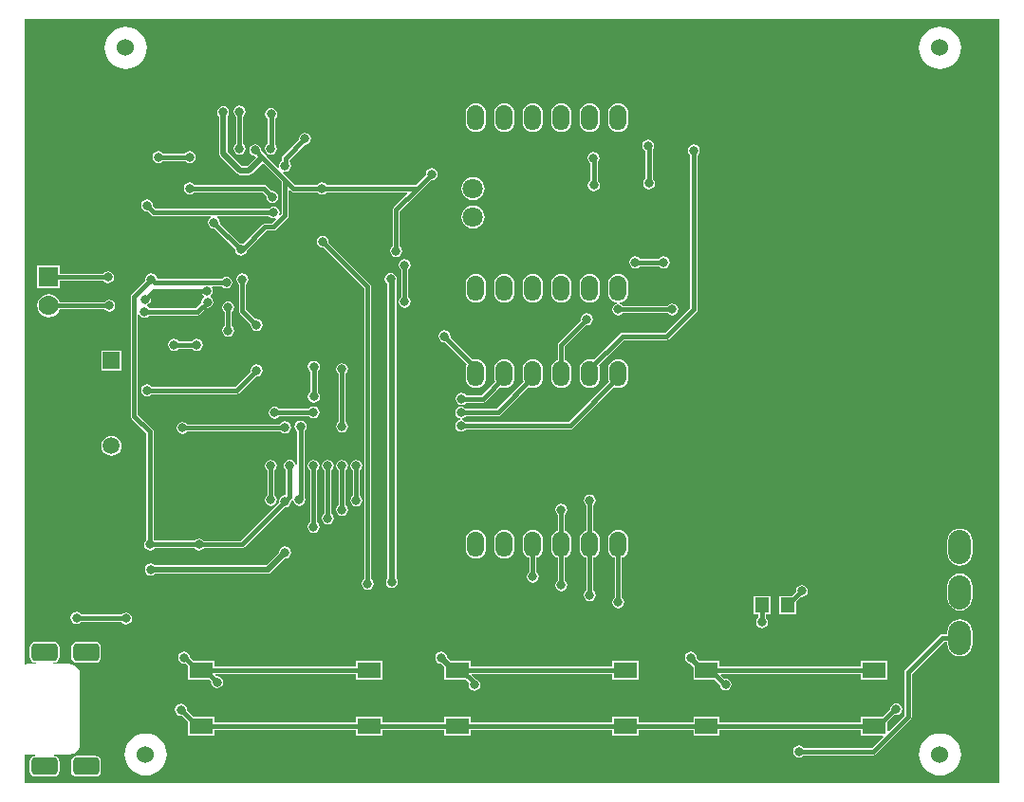
<source format=gbl>
G04*
G04 #@! TF.GenerationSoftware,Altium Limited,Altium Designer,20.2.6 (244)*
G04*
G04 Layer_Physical_Order=2*
G04 Layer_Color=16711680*
%FSTAX24Y24*%
%MOIN*%
G70*
G04*
G04 #@! TF.SameCoordinates,210E5C92-376B-490F-B415-5E6AA8125FEF*
G04*
G04*
G04 #@! TF.FilePolarity,Positive*
G04*
G01*
G75*
%ADD64C,0.0150*%
%ADD65C,0.0200*%
%ADD66O,0.0600X0.0900*%
%ADD67R,0.0700X0.0700*%
%ADD68C,0.0700*%
G04:AMPARAMS|DCode=69|XSize=94.5mil|YSize=63mil|CornerRadius=15.7mil|HoleSize=0mil|Usage=FLASHONLY|Rotation=0.000|XOffset=0mil|YOffset=0mil|HoleType=Round|Shape=RoundedRectangle|*
%AMROUNDEDRECTD69*
21,1,0.0945,0.0315,0,0,0.0*
21,1,0.0630,0.0630,0,0,0.0*
1,1,0.0315,0.0315,-0.0157*
1,1,0.0315,-0.0315,-0.0157*
1,1,0.0315,-0.0315,0.0157*
1,1,0.0315,0.0315,0.0157*
%
%ADD69ROUNDEDRECTD69*%
%ADD70C,0.0600*%
%ADD71R,0.0591X0.0591*%
%ADD72C,0.0591*%
%ADD73O,0.0787X0.1200*%
%ADD74C,0.0709*%
%ADD75C,0.0315*%
%ADD76R,0.0827X0.0551*%
%ADD77R,0.0500X0.0550*%
G36*
X04425Y03685D02*
X04425Y03685D01*
Y01D01*
X01D01*
X01Y01D01*
Y010993D01*
X01005Y011013D01*
X01008Y011D01*
X010393D01*
X010395Y010951D01*
X010314Y010935D01*
X010245Y010889D01*
X0102Y010821D01*
X010183Y01074D01*
Y010425D01*
X0102Y010344D01*
X010245Y010275D01*
X010314Y010229D01*
X010395Y010213D01*
X011025D01*
X011106Y010229D01*
X011174Y010275D01*
X01122Y010344D01*
X011236Y010425D01*
Y01074D01*
X01122Y010821D01*
X011174Y010889D01*
X011106Y010935D01*
X011025Y010951D01*
X011027Y011D01*
X011606D01*
X011611Y011003D01*
X011616Y011001D01*
X011677Y011014D01*
X011682Y011017D01*
X011687D01*
X011745Y01104D01*
X011749Y011044D01*
X011754Y011045D01*
X011806Y01108D01*
X011809Y011084D01*
X011814Y011087D01*
X011858Y01113D01*
X01186Y011136D01*
X011864Y011139D01*
X011899Y01119D01*
X0119Y011196D01*
X011904Y0112D01*
X011928Y011257D01*
Y011262D01*
X011931Y011267D01*
X011943Y011328D01*
X011942Y011333D01*
X011944Y011339D01*
Y01137D01*
Y01381D01*
Y013841D01*
X011942Y013847D01*
X011943Y013852D01*
X011931Y013913D01*
X011928Y013918D01*
Y013923D01*
X011904Y01398D01*
X0119Y013984D01*
X011899Y01399D01*
X011864Y014041D01*
X01186Y014044D01*
X011858Y01405D01*
X011814Y014093D01*
X011809Y014096D01*
X011806Y0141D01*
X011754Y014135D01*
X011749Y014136D01*
X011745Y01414D01*
X011687Y014163D01*
X011682D01*
X011677Y014166D01*
X011616Y014179D01*
X011611Y014177D01*
X011606Y01418D01*
X011027D01*
X011025Y014229D01*
X011106Y014245D01*
X011174Y014291D01*
X01122Y014359D01*
X011236Y01444D01*
Y014755D01*
X01122Y014836D01*
X011174Y014905D01*
X011106Y014951D01*
X011025Y014967D01*
X010395D01*
X010314Y014951D01*
X010245Y014905D01*
X0102Y014836D01*
X010183Y014755D01*
Y01444D01*
X0102Y014359D01*
X010245Y014291D01*
X010314Y014245D01*
X010395Y014229D01*
X010393Y01418D01*
X01008D01*
X01005Y014167D01*
X01Y014187D01*
Y03685D01*
X04425D01*
D02*
G37*
%LPC*%
G36*
X04216Y036593D02*
X042015Y036578D01*
X041876Y036536D01*
X041747Y036467D01*
X041635Y036375D01*
X041543Y036263D01*
X041474Y036134D01*
X041432Y035995D01*
X041417Y03585D01*
X041432Y035705D01*
X041474Y035566D01*
X041543Y035437D01*
X041635Y035325D01*
X041747Y035233D01*
X041876Y035164D01*
X042015Y035122D01*
X04216Y035107D01*
X042305Y035122D01*
X042444Y035164D01*
X042573Y035233D01*
X042685Y035325D01*
X042777Y035437D01*
X042846Y035566D01*
X042888Y035705D01*
X042903Y03585D01*
X042888Y035995D01*
X042846Y036134D01*
X042777Y036263D01*
X042685Y036375D01*
X042573Y036467D01*
X042444Y036536D01*
X042305Y036578D01*
X04216Y036593D01*
D02*
G37*
G36*
X01356D02*
X013415Y036578D01*
X013276Y036536D01*
X013147Y036467D01*
X013035Y036375D01*
X012943Y036263D01*
X012874Y036134D01*
X012832Y035995D01*
X012817Y03585D01*
X012832Y035705D01*
X012874Y035566D01*
X012943Y035437D01*
X013035Y035325D01*
X013147Y035233D01*
X013276Y035164D01*
X013415Y035122D01*
X01356Y035107D01*
X013705Y035122D01*
X013844Y035164D01*
X013973Y035233D01*
X014085Y035325D01*
X014177Y035437D01*
X014246Y035566D01*
X014288Y035705D01*
X014303Y03585D01*
X014288Y035995D01*
X014246Y036134D01*
X014177Y036263D01*
X014085Y036375D01*
X013973Y036467D01*
X013844Y036536D01*
X013705Y036578D01*
X01356Y036593D01*
D02*
G37*
G36*
X03086Y033903D02*
X030769Y033891D01*
X030683Y033856D01*
X03061Y0338D01*
X030554Y033727D01*
X030519Y033641D01*
X030507Y03355D01*
Y03325D01*
X030519Y033159D01*
X030554Y033073D01*
X03061Y033D01*
X030683Y032944D01*
X030769Y032909D01*
X03086Y032897D01*
X030951Y032909D01*
X031037Y032944D01*
X03111Y033D01*
X031166Y033073D01*
X031201Y033159D01*
X031213Y03325D01*
Y03355D01*
X031201Y033641D01*
X031166Y033727D01*
X03111Y0338D01*
X031037Y033856D01*
X030951Y033891D01*
X03086Y033903D01*
D02*
G37*
G36*
X02986D02*
X029769Y033891D01*
X029683Y033856D01*
X02961Y0338D01*
X029554Y033727D01*
X029519Y033641D01*
X029507Y03355D01*
Y03325D01*
X029519Y033159D01*
X029554Y033073D01*
X02961Y033D01*
X029683Y032944D01*
X029769Y032909D01*
X02986Y032897D01*
X029951Y032909D01*
X030037Y032944D01*
X03011Y033D01*
X030166Y033073D01*
X030201Y033159D01*
X030213Y03325D01*
Y03355D01*
X030201Y033641D01*
X030166Y033727D01*
X03011Y0338D01*
X030037Y033856D01*
X029951Y033891D01*
X02986Y033903D01*
D02*
G37*
G36*
X02886D02*
X028769Y033891D01*
X028683Y033856D01*
X02861Y0338D01*
X028554Y033727D01*
X028519Y033641D01*
X028507Y03355D01*
Y03325D01*
X028519Y033159D01*
X028554Y033073D01*
X02861Y033D01*
X028683Y032944D01*
X028769Y032909D01*
X02886Y032897D01*
X028951Y032909D01*
X029037Y032944D01*
X02911Y033D01*
X029166Y033073D01*
X029201Y033159D01*
X029213Y03325D01*
Y03355D01*
X029201Y033641D01*
X029166Y033727D01*
X02911Y0338D01*
X029037Y033856D01*
X028951Y033891D01*
X02886Y033903D01*
D02*
G37*
G36*
X02786D02*
X027769Y033891D01*
X027683Y033856D01*
X02761Y0338D01*
X027554Y033727D01*
X027519Y033641D01*
X027507Y03355D01*
Y03325D01*
X027519Y033159D01*
X027554Y033073D01*
X02761Y033D01*
X027683Y032944D01*
X027769Y032909D01*
X02786Y032897D01*
X027951Y032909D01*
X028037Y032944D01*
X02811Y033D01*
X028166Y033073D01*
X028201Y033159D01*
X028213Y03325D01*
Y03355D01*
X028201Y033641D01*
X028166Y033727D01*
X02811Y0338D01*
X028037Y033856D01*
X027951Y033891D01*
X02786Y033903D01*
D02*
G37*
G36*
X02686D02*
X026769Y033891D01*
X026683Y033856D01*
X02661Y0338D01*
X026554Y033727D01*
X026519Y033641D01*
X026507Y03355D01*
Y03325D01*
X026519Y033159D01*
X026554Y033073D01*
X02661Y033D01*
X026683Y032944D01*
X026769Y032909D01*
X02686Y032897D01*
X026951Y032909D01*
X027037Y032944D01*
X02711Y033D01*
X027166Y033073D01*
X027201Y033159D01*
X027213Y03325D01*
Y03355D01*
X027201Y033641D01*
X027166Y033727D01*
X02711Y0338D01*
X027037Y033856D01*
X026951Y033891D01*
X02686Y033903D01*
D02*
G37*
G36*
X02586D02*
X025769Y033891D01*
X025683Y033856D01*
X02561Y0338D01*
X025554Y033727D01*
X025519Y033641D01*
X025507Y03355D01*
Y03325D01*
X025519Y033159D01*
X025554Y033073D01*
X02561Y033D01*
X025683Y032944D01*
X025769Y032909D01*
X02586Y032897D01*
X025951Y032909D01*
X026037Y032944D01*
X02611Y033D01*
X026166Y033073D01*
X026201Y033159D01*
X026213Y03325D01*
Y03355D01*
X026201Y033641D01*
X026166Y033727D01*
X02611Y0338D01*
X026037Y033856D01*
X025951Y033891D01*
X02586Y033903D01*
D02*
G37*
G36*
X01698Y033802D02*
X016899Y033785D01*
X01683Y03374D01*
X016785Y033671D01*
X016768Y03359D01*
X016785Y033509D01*
X016827Y033445D01*
Y03214D01*
X016839Y032081D01*
X016872Y032032D01*
X017482Y031422D01*
X017531Y031389D01*
X01759Y031377D01*
X01789D01*
X017949Y031389D01*
X017998Y031422D01*
X018378Y031802D01*
X019033Y031147D01*
Y030003D01*
X018989Y029959D01*
X018973Y029966D01*
X018947Y029988D01*
X018962Y03006D01*
X018945Y030141D01*
X0189Y03021D01*
X018831Y030255D01*
X01875Y030272D01*
X018669Y030255D01*
X0186Y03021D01*
X018586Y030187D01*
X014603D01*
X014516Y030274D01*
X014522Y0303D01*
X014505Y030381D01*
X01446Y03045D01*
X014391Y030495D01*
X01431Y030512D01*
X014229Y030495D01*
X01416Y03045D01*
X014115Y030381D01*
X014098Y0303D01*
X014115Y030219D01*
X01416Y03015D01*
X014229Y030105D01*
X01431Y030088D01*
X014336Y030094D01*
X01446Y02997D01*
X014501Y029942D01*
X01455Y029933D01*
X016545D01*
X01656Y029883D01*
X01651Y02985D01*
X016465Y029781D01*
X016448Y0297D01*
X016465Y029619D01*
X01651Y02955D01*
X016579Y029505D01*
X01666Y029488D01*
X016686Y029494D01*
X017404Y028776D01*
X017398Y02875D01*
X017415Y028669D01*
X01746Y0286D01*
X017529Y028555D01*
X01761Y028538D01*
X017691Y028555D01*
X01776Y0286D01*
X017805Y028669D01*
X017817Y028727D01*
X018513Y029423D01*
X01876D01*
X018809Y029432D01*
X01885Y02946D01*
X01925Y02986D01*
X019278Y029901D01*
X019287Y02995D01*
Y030827D01*
X019334Y030846D01*
X01937Y03081D01*
X019411Y030782D01*
X01946Y030773D01*
X020296D01*
X02031Y03075D01*
X020379Y030705D01*
X02046Y030688D01*
X020541Y030705D01*
X02061Y03075D01*
X020624Y030773D01*
X023437D01*
X023456Y030726D01*
X022969Y030239D01*
X022941Y030198D01*
X022931Y030149D01*
Y028866D01*
X022909Y028851D01*
X022863Y028782D01*
X022847Y028701D01*
X022863Y02862D01*
X022909Y028552D01*
X022978Y028506D01*
X023059Y02849D01*
X02314Y028506D01*
X023208Y028552D01*
X023254Y02862D01*
X02327Y028701D01*
X023254Y028782D01*
X023208Y028851D01*
X023186Y028866D01*
Y030096D01*
X0239Y03081D01*
X024284Y031194D01*
X02431Y031188D01*
X024391Y031205D01*
X02446Y03125D01*
X024505Y031319D01*
X024522Y0314D01*
X024505Y031481D01*
X02446Y03155D01*
X024391Y031595D01*
X02431Y031612D01*
X024229Y031595D01*
X02416Y03155D01*
X024115Y031481D01*
X024098Y0314D01*
X024104Y031374D01*
X023757Y031027D01*
X020624D01*
X02061Y03105D01*
X020541Y031095D01*
X02046Y031112D01*
X020379Y031095D01*
X02031Y03105D01*
X020296Y031027D01*
X019513D01*
X01925Y03129D01*
X019089Y031452D01*
X019113Y031498D01*
X01916Y031488D01*
X019241Y031505D01*
X01931Y03155D01*
X019355Y031619D01*
X019372Y0317D01*
X019355Y031781D01*
X01931Y03185D01*
X019297Y031858D01*
Y031907D01*
X019834Y032444D01*
X01986Y032438D01*
X019941Y032455D01*
X02001Y0325D01*
X020055Y032569D01*
X020072Y03265D01*
X020055Y032731D01*
X02001Y0328D01*
X019941Y032845D01*
X01986Y032862D01*
X019779Y032845D01*
X01971Y0328D01*
X019665Y032731D01*
X019648Y03265D01*
X019654Y032624D01*
X019079Y03205D01*
X019052Y032008D01*
X019042Y03196D01*
Y031871D01*
X01901Y03185D01*
X018965Y031781D01*
X018948Y0317D01*
X018958Y031653D01*
X018912Y031629D01*
X018506Y032034D01*
X018501Y032059D01*
X018468Y032108D01*
X018419Y032141D01*
X018394Y032146D01*
X018316Y032224D01*
X018322Y03225D01*
X018305Y032331D01*
X01826Y0324D01*
X018191Y032445D01*
X01811Y032462D01*
X018029Y032445D01*
X01796Y0324D01*
X017915Y032331D01*
X017898Y03225D01*
X017915Y032169D01*
X01796Y0321D01*
X018029Y032055D01*
X01811Y032038D01*
X018112Y032039D01*
X018136Y031993D01*
X017827Y031683D01*
X017653D01*
X017133Y032203D01*
Y033445D01*
X017175Y033509D01*
X017192Y03359D01*
X017175Y033671D01*
X01713Y03374D01*
X017061Y033785D01*
X01698Y033802D01*
D02*
G37*
G36*
X01581Y032212D02*
X015729Y032195D01*
X01566Y03215D01*
X015646Y032127D01*
X014874D01*
X01486Y03215D01*
X014791Y032195D01*
X01471Y032212D01*
X014629Y032195D01*
X01456Y03215D01*
X014515Y032081D01*
X014498Y032D01*
X014515Y031919D01*
X01456Y03185D01*
X014629Y031805D01*
X01471Y031788D01*
X014791Y031805D01*
X01486Y03185D01*
X014874Y031873D01*
X015646D01*
X01566Y03185D01*
X015729Y031805D01*
X01581Y031788D01*
X015891Y031805D01*
X01596Y03185D01*
X016005Y031919D01*
X016022Y032D01*
X016005Y032081D01*
X01596Y03215D01*
X015891Y032195D01*
X01581Y032212D01*
D02*
G37*
G36*
X01867Y033732D02*
X018589Y033715D01*
X01852Y03367D01*
X018475Y033601D01*
X018458Y03352D01*
X018475Y033439D01*
X01852Y03337D01*
X018543Y033356D01*
Y032471D01*
X01851Y03245D01*
X018465Y032381D01*
X018448Y0323D01*
X018465Y032219D01*
X01851Y03215D01*
X018579Y032105D01*
X01866Y032088D01*
X018741Y032105D01*
X01881Y03215D01*
X018855Y032219D01*
X018872Y0323D01*
X018855Y032381D01*
X01881Y03245D01*
X018797Y032458D01*
Y033356D01*
X01882Y03337D01*
X018865Y033439D01*
X018882Y03352D01*
X018865Y033601D01*
X01882Y03367D01*
X018751Y033715D01*
X01867Y033732D01*
D02*
G37*
G36*
X01756Y033812D02*
X017479Y033795D01*
X01741Y03375D01*
X017365Y033681D01*
X017348Y0336D01*
X017365Y033519D01*
X01741Y03345D01*
X017433Y033436D01*
Y032464D01*
X01741Y03245D01*
X017365Y032381D01*
X017348Y0323D01*
X017365Y032219D01*
X01741Y03215D01*
X017479Y032105D01*
X01756Y032088D01*
X017641Y032105D01*
X01771Y03215D01*
X017755Y032219D01*
X017772Y0323D01*
X017755Y032381D01*
X01771Y03245D01*
X017687Y032464D01*
Y033436D01*
X01771Y03345D01*
X017755Y033519D01*
X017772Y0336D01*
X017755Y033681D01*
X01771Y03375D01*
X017641Y033795D01*
X01756Y033812D01*
D02*
G37*
G36*
X03191Y032612D02*
X031829Y032595D01*
X03176Y03255D01*
X031715Y032481D01*
X031698Y0324D01*
X031715Y032319D01*
X03176Y03225D01*
X031813Y032216D01*
Y031244D01*
X03179Y03123D01*
X031745Y031161D01*
X031728Y03108D01*
X031745Y030999D01*
X03179Y03093D01*
X031859Y030885D01*
X03194Y030868D01*
X032021Y030885D01*
X03209Y03093D01*
X032135Y030999D01*
X032152Y03108D01*
X032135Y031161D01*
X03209Y03123D01*
X032067Y031244D01*
Y032262D01*
X032105Y032319D01*
X032122Y0324D01*
X032105Y032481D01*
X03206Y03255D01*
X031991Y032595D01*
X03191Y032612D01*
D02*
G37*
G36*
X02999Y032182D02*
X029909Y032165D01*
X02984Y03212D01*
X029795Y032051D01*
X029778Y03197D01*
X029795Y031889D01*
X02984Y03182D01*
X029873Y031799D01*
Y031184D01*
X02985Y03117D01*
X029805Y031101D01*
X029788Y03102D01*
X029805Y030939D01*
X02985Y03087D01*
X029919Y030825D01*
X03Y030808D01*
X030081Y030825D01*
X03015Y03087D01*
X030195Y030939D01*
X030212Y03102D01*
X030195Y031101D01*
X03015Y03117D01*
X030127Y031184D01*
Y031812D01*
X03014Y03182D01*
X030185Y031889D01*
X030202Y03197D01*
X030185Y032051D01*
X03014Y03212D01*
X030071Y032165D01*
X02999Y032182D01*
D02*
G37*
G36*
X02576Y031308D02*
X025654Y031294D01*
X025556Y031253D01*
X025472Y031188D01*
X025407Y031104D01*
X025366Y031006D01*
X025352Y0309D01*
X025366Y030794D01*
X025407Y030696D01*
X025472Y030612D01*
X025556Y030547D01*
X025654Y030506D01*
X02576Y030492D01*
X025866Y030506D01*
X025964Y030547D01*
X026048Y030612D01*
X026113Y030696D01*
X026154Y030794D01*
X026168Y0309D01*
X026154Y031006D01*
X026113Y031104D01*
X026048Y031188D01*
X025964Y031253D01*
X025866Y031294D01*
X02576Y031308D01*
D02*
G37*
G36*
X01581Y031112D02*
X015729Y031095D01*
X01566Y03105D01*
X015615Y030981D01*
X015598Y0309D01*
X015615Y030819D01*
X01566Y03075D01*
X015729Y030705D01*
X01581Y030688D01*
X015891Y030705D01*
X01596Y03075D01*
X015974Y030773D01*
X018357D01*
X018504Y030626D01*
X018498Y0306D01*
X018515Y030519D01*
X01856Y03045D01*
X018629Y030405D01*
X01871Y030388D01*
X018791Y030405D01*
X01886Y03045D01*
X018905Y030519D01*
X018922Y0306D01*
X018905Y030681D01*
X01886Y03075D01*
X018791Y030795D01*
X01871Y030812D01*
X018684Y030806D01*
X0185Y03099D01*
X018459Y031018D01*
X01841Y031027D01*
X015974D01*
X01596Y03105D01*
X015891Y031095D01*
X01581Y031112D01*
D02*
G37*
G36*
X02576Y030308D02*
X025654Y030294D01*
X025556Y030253D01*
X025472Y030188D01*
X025407Y030104D01*
X025366Y030006D01*
X025352Y0299D01*
X025366Y029794D01*
X025407Y029696D01*
X025472Y029612D01*
X025556Y029547D01*
X025654Y029506D01*
X02576Y029492D01*
X025866Y029506D01*
X025964Y029547D01*
X026048Y029612D01*
X026113Y029696D01*
X026154Y029794D01*
X026168Y0299D01*
X026154Y030006D01*
X026113Y030104D01*
X026048Y030188D01*
X025964Y030253D01*
X025866Y030294D01*
X02576Y030308D01*
D02*
G37*
G36*
X03246Y028512D02*
X032379Y028495D01*
X03231Y02845D01*
X032296Y028427D01*
X031624D01*
X03161Y02845D01*
X031541Y028495D01*
X03146Y028512D01*
X031379Y028495D01*
X03131Y02845D01*
X031265Y028381D01*
X031248Y0283D01*
X031265Y028219D01*
X03131Y02815D01*
X031379Y028105D01*
X03146Y028088D01*
X031541Y028105D01*
X03161Y02815D01*
X031624Y028173D01*
X032296D01*
X03231Y02815D01*
X032379Y028105D01*
X03246Y028088D01*
X032541Y028105D01*
X03261Y02815D01*
X032655Y028219D01*
X032672Y0283D01*
X032655Y028381D01*
X03261Y02845D01*
X032541Y028495D01*
X03246Y028512D01*
D02*
G37*
G36*
X01126Y02818D02*
X01046D01*
Y02738D01*
X01126D01*
Y027653D01*
X012776D01*
X01279Y02763D01*
X012859Y027585D01*
X01294Y027568D01*
X013021Y027585D01*
X01309Y02763D01*
X013135Y027699D01*
X013152Y02778D01*
X013135Y027861D01*
X01309Y02793D01*
X013021Y027975D01*
X01294Y027992D01*
X012859Y027975D01*
X01279Y02793D01*
X012776Y027907D01*
X01126D01*
Y02818D01*
D02*
G37*
G36*
X01446Y027912D02*
X014379Y027895D01*
X01431Y02785D01*
X014265Y027781D01*
X014248Y0277D01*
X014254Y027674D01*
X01377Y02719D01*
X013742Y027149D01*
X013733Y0271D01*
Y0229D01*
X013742Y022851D01*
X01377Y02281D01*
X014283Y022297D01*
Y018548D01*
X01427Y01854D01*
X014225Y018471D01*
X014208Y01839D01*
X014225Y018309D01*
X01427Y01824D01*
X014339Y018195D01*
X01442Y018178D01*
X014501Y018195D01*
X01457Y01824D01*
X014578Y018253D01*
X015976D01*
X01599Y01823D01*
X016059Y018185D01*
X01614Y018168D01*
X016221Y018185D01*
X01629Y01823D01*
X016304Y018253D01*
X01764D01*
X017689Y018262D01*
X01773Y01829D01*
X019134Y019694D01*
X01916Y019688D01*
X019241Y019705D01*
X01931Y01975D01*
X019355Y019819D01*
X019372Y0199D01*
X019366Y019926D01*
X0194Y019959D01*
X019431Y019953D01*
X019432Y019953D01*
X01945Y019941D01*
X019465Y019869D01*
X01951Y0198D01*
X019579Y019755D01*
X01966Y019738D01*
X019741Y019755D01*
X01981Y0198D01*
X019855Y019869D01*
X019872Y01995D01*
X019855Y020031D01*
X019827Y020073D01*
Y022366D01*
X01985Y02238D01*
X019895Y022449D01*
X019912Y02253D01*
X019895Y022611D01*
X01985Y02268D01*
X019781Y022725D01*
X0197Y022742D01*
X019619Y022725D01*
X01955Y02268D01*
X019505Y022611D01*
X019488Y02253D01*
X019505Y022449D01*
X01955Y02238D01*
X019573Y022366D01*
Y021202D01*
X019523Y021197D01*
X019514Y021241D01*
X019468Y02131D01*
X019399Y021355D01*
X019318Y021372D01*
X019237Y021355D01*
X019169Y02131D01*
X019123Y021241D01*
X019107Y02116D01*
X019123Y021079D01*
X019169Y02101D01*
X019191Y020996D01*
Y020156D01*
X01916Y020112D01*
X019079Y020095D01*
X01901Y02005D01*
X018965Y019981D01*
X018948Y0199D01*
X018954Y019874D01*
X017587Y018507D01*
X016304D01*
X01629Y01853D01*
X016221Y018575D01*
X01614Y018592D01*
X016059Y018575D01*
X01599Y01853D01*
X015979Y018512D01*
X014588D01*
X01457Y01854D01*
X014537Y018561D01*
Y02235D01*
X014528Y022399D01*
X0145Y02244D01*
X013987Y022953D01*
Y026455D01*
X014037Y02647D01*
X01407Y02642D01*
X014139Y026375D01*
X01422Y026358D01*
X014301Y026375D01*
X01437Y02642D01*
X014384Y026443D01*
X01609D01*
X016139Y026452D01*
X01618Y02648D01*
X016404Y026704D01*
X01643Y026698D01*
X016511Y026715D01*
X01658Y02676D01*
X016625Y026829D01*
X016642Y02691D01*
X016625Y026991D01*
X01658Y02706D01*
X016534Y02709D01*
X016532Y027148D01*
X01655Y02716D01*
X016595Y027229D01*
X016612Y02731D01*
X016595Y027391D01*
X016579Y027415D01*
X016606Y027465D01*
X016933D01*
X016948Y027443D01*
X017017Y027397D01*
X017098Y027381D01*
X017178Y027397D01*
X017247Y027443D01*
X017293Y027512D01*
X017309Y027592D01*
X017293Y027673D01*
X017247Y027742D01*
X017178Y027788D01*
X017098Y027804D01*
X017017Y027788D01*
X016948Y027742D01*
X016933Y02772D01*
X014668D01*
X014655Y027781D01*
X01461Y02785D01*
X014541Y027895D01*
X01446Y027912D01*
D02*
G37*
G36*
X02986Y027903D02*
X029769Y027891D01*
X029683Y027856D01*
X02961Y0278D01*
X029554Y027727D01*
X029519Y027641D01*
X029507Y02755D01*
Y02725D01*
X029519Y027159D01*
X029554Y027073D01*
X02961Y027D01*
X029683Y026944D01*
X029769Y026909D01*
X02986Y026897D01*
X029951Y026909D01*
X030037Y026944D01*
X03011Y027D01*
X030166Y027073D01*
X030201Y027159D01*
X030213Y02725D01*
Y02755D01*
X030201Y027641D01*
X030166Y027727D01*
X03011Y0278D01*
X030037Y027856D01*
X029951Y027891D01*
X02986Y027903D01*
D02*
G37*
G36*
X02886D02*
X028769Y027891D01*
X028683Y027856D01*
X02861Y0278D01*
X028554Y027727D01*
X028519Y027641D01*
X028507Y02755D01*
Y02725D01*
X028519Y027159D01*
X028554Y027073D01*
X02861Y027D01*
X028683Y026944D01*
X028769Y026909D01*
X02886Y026897D01*
X028951Y026909D01*
X029037Y026944D01*
X02911Y027D01*
X029166Y027073D01*
X029201Y027159D01*
X029213Y02725D01*
Y02755D01*
X029201Y027641D01*
X029166Y027727D01*
X02911Y0278D01*
X029037Y027856D01*
X028951Y027891D01*
X02886Y027903D01*
D02*
G37*
G36*
X02786D02*
X027769Y027891D01*
X027683Y027856D01*
X02761Y0278D01*
X027554Y027727D01*
X027519Y027641D01*
X027507Y02755D01*
Y02725D01*
X027519Y027159D01*
X027554Y027073D01*
X02761Y027D01*
X027683Y026944D01*
X027769Y026909D01*
X02786Y026897D01*
X027951Y026909D01*
X028037Y026944D01*
X02811Y027D01*
X028166Y027073D01*
X028201Y027159D01*
X028213Y02725D01*
Y02755D01*
X028201Y027641D01*
X028166Y027727D01*
X02811Y0278D01*
X028037Y027856D01*
X027951Y027891D01*
X02786Y027903D01*
D02*
G37*
G36*
X02686D02*
X026769Y027891D01*
X026683Y027856D01*
X02661Y0278D01*
X026554Y027727D01*
X026519Y027641D01*
X026507Y02755D01*
Y02725D01*
X026519Y027159D01*
X026554Y027073D01*
X02661Y027D01*
X026683Y026944D01*
X026769Y026909D01*
X02686Y026897D01*
X026951Y026909D01*
X027037Y026944D01*
X02711Y027D01*
X027166Y027073D01*
X027201Y027159D01*
X027213Y02725D01*
Y02755D01*
X027201Y027641D01*
X027166Y027727D01*
X02711Y0278D01*
X027037Y027856D01*
X026951Y027891D01*
X02686Y027903D01*
D02*
G37*
G36*
X02586D02*
X025769Y027891D01*
X025683Y027856D01*
X02561Y0278D01*
X025554Y027727D01*
X025519Y027641D01*
X025507Y02755D01*
Y02725D01*
X025519Y027159D01*
X025554Y027073D01*
X02561Y027D01*
X025683Y026944D01*
X025769Y026909D01*
X02586Y026897D01*
X025951Y026909D01*
X026037Y026944D01*
X02611Y027D01*
X026166Y027073D01*
X026201Y027159D01*
X026213Y02725D01*
Y02755D01*
X026201Y027641D01*
X026166Y027727D01*
X02611Y0278D01*
X026037Y027856D01*
X025951Y027891D01*
X02586Y027903D01*
D02*
G37*
G36*
X02336Y028422D02*
X023279Y028405D01*
X02321Y02836D01*
X023165Y028291D01*
X023148Y02821D01*
X023165Y028129D01*
X02321Y02806D01*
X023233Y028046D01*
Y027077D01*
X02321Y027062D01*
X023165Y026993D01*
X023148Y026913D01*
X023165Y026832D01*
X02321Y026763D01*
X023279Y026717D01*
X02336Y026701D01*
X023441Y026717D01*
X02351Y026763D01*
X023555Y026832D01*
X023572Y026913D01*
X023555Y026993D01*
X02351Y027062D01*
X023487Y027077D01*
Y028046D01*
X02351Y02806D01*
X023555Y028129D01*
X023572Y02821D01*
X023555Y028291D01*
X02351Y02836D01*
X023441Y028405D01*
X02336Y028422D01*
D02*
G37*
G36*
X01086Y027183D02*
X010756Y02717D01*
X010658Y027129D01*
X010575Y027065D01*
X010511Y026982D01*
X01047Y026884D01*
X010457Y02678D01*
X01047Y026676D01*
X010511Y026578D01*
X010575Y026495D01*
X010658Y026431D01*
X010756Y02639D01*
X01086Y026377D01*
X010964Y02639D01*
X011062Y026431D01*
X011145Y026495D01*
X011209Y026578D01*
X01124Y026653D01*
X012816D01*
X01283Y02663D01*
X012899Y026585D01*
X01298Y026568D01*
X013061Y026585D01*
X01313Y02663D01*
X013175Y026699D01*
X013192Y02678D01*
X013175Y026861D01*
X01313Y02693D01*
X013061Y026975D01*
X01298Y026992D01*
X012899Y026975D01*
X01283Y02693D01*
X012816Y026907D01*
X01124D01*
X011209Y026982D01*
X011145Y027065D01*
X011062Y027129D01*
X010964Y02717D01*
X01086Y027183D01*
D02*
G37*
G36*
X03086Y027903D02*
X030769Y027891D01*
X030683Y027856D01*
X03061Y0278D01*
X030554Y027727D01*
X030519Y027641D01*
X030507Y02755D01*
Y02725D01*
X030519Y027159D01*
X030554Y027073D01*
X03061Y027D01*
X030683Y026944D01*
X030769Y026909D01*
X030813Y026903D01*
X030815Y026853D01*
X030779Y026845D01*
X03071Y0268D01*
X030665Y026731D01*
X030648Y02665D01*
X030665Y026569D01*
X03071Y0265D01*
X030779Y026455D01*
X03086Y026438D01*
X030941Y026455D01*
X03101Y0265D01*
X031024Y026523D01*
X032596D01*
X03261Y0265D01*
X032679Y026455D01*
X03276Y026438D01*
X032841Y026455D01*
X03291Y0265D01*
X032955Y026569D01*
X032972Y02665D01*
X032955Y026731D01*
X03291Y0268D01*
X032841Y026845D01*
X03276Y026862D01*
X032679Y026845D01*
X03261Y0268D01*
X032596Y026777D01*
X031024D01*
X03101Y0268D01*
X030941Y026845D01*
X030905Y026853D01*
X030907Y026903D01*
X030951Y026909D01*
X031037Y026944D01*
X03111Y027D01*
X031166Y027073D01*
X031201Y027159D01*
X031213Y02725D01*
Y02755D01*
X031201Y027641D01*
X031166Y027727D01*
X03111Y0278D01*
X031037Y027856D01*
X030951Y027891D01*
X03086Y027903D01*
D02*
G37*
G36*
X02976Y026512D02*
X029679Y026495D01*
X02961Y02645D01*
X029565Y026381D01*
X029548Y0263D01*
X029554Y026274D01*
X02877Y02549D01*
X028742Y025449D01*
X028733Y0254D01*
Y024876D01*
X028683Y024856D01*
X02861Y0248D01*
X028554Y024727D01*
X028519Y024641D01*
X028507Y02455D01*
Y02425D01*
X028519Y024159D01*
X028554Y024073D01*
X02861Y024D01*
X028683Y023944D01*
X028769Y023909D01*
X02886Y023897D01*
X028951Y023909D01*
X029037Y023944D01*
X02911Y024D01*
X029166Y024073D01*
X029201Y024159D01*
X029213Y02425D01*
Y02455D01*
X029201Y024641D01*
X029166Y024727D01*
X02911Y0248D01*
X029037Y024856D01*
X028987Y024876D01*
Y025347D01*
X029734Y026094D01*
X02976Y026088D01*
X029841Y026105D01*
X02991Y02615D01*
X029955Y026219D01*
X029972Y0263D01*
X029955Y026381D01*
X02991Y02645D01*
X029841Y026495D01*
X02976Y026512D01*
D02*
G37*
G36*
X01766Y027912D02*
X017579Y027895D01*
X01751Y02785D01*
X017465Y027781D01*
X017448Y0277D01*
X017465Y027619D01*
X01751Y02755D01*
X017533Y027536D01*
Y0266D01*
X017542Y026551D01*
X01757Y02651D01*
X017954Y026126D01*
X017948Y0261D01*
X017965Y026019D01*
X01801Y02595D01*
X018079Y025905D01*
X01816Y025888D01*
X018241Y025905D01*
X01831Y02595D01*
X018355Y026019D01*
X018372Y0261D01*
X018355Y026181D01*
X01831Y02625D01*
X018241Y026295D01*
X01816Y026312D01*
X018134Y026306D01*
X017787Y026653D01*
Y027536D01*
X01781Y02755D01*
X017855Y027619D01*
X017872Y0277D01*
X017855Y027781D01*
X01781Y02785D01*
X017741Y027895D01*
X01766Y027912D01*
D02*
G37*
G36*
X01716Y026932D02*
X017079Y026915D01*
X01701Y02687D01*
X016965Y026801D01*
X016948Y02672D01*
X016965Y026639D01*
X01701Y02657D01*
X017033Y026556D01*
Y026064D01*
X01701Y02605D01*
X016965Y025981D01*
X016948Y0259D01*
X016965Y025819D01*
X01701Y02575D01*
X017079Y025705D01*
X01716Y025688D01*
X017241Y025705D01*
X01731Y02575D01*
X017355Y025819D01*
X017372Y0259D01*
X017355Y025981D01*
X01731Y02605D01*
X017287Y026064D01*
Y026556D01*
X01731Y02657D01*
X017355Y026639D01*
X017372Y02672D01*
X017355Y026801D01*
X01731Y02687D01*
X017241Y026915D01*
X01716Y026932D01*
D02*
G37*
G36*
X01606Y025612D02*
X015979Y025595D01*
X01591Y02555D01*
X015896Y025527D01*
X015424D01*
X01541Y02555D01*
X015341Y025595D01*
X01526Y025612D01*
X015179Y025595D01*
X01511Y02555D01*
X015065Y025481D01*
X015048Y0254D01*
X015065Y025319D01*
X01511Y02525D01*
X015179Y025205D01*
X01526Y025188D01*
X015341Y025205D01*
X01541Y02525D01*
X015424Y025273D01*
X015896D01*
X01591Y02525D01*
X015979Y025205D01*
X01606Y025188D01*
X016141Y025205D01*
X01621Y02525D01*
X016255Y025319D01*
X016272Y0254D01*
X016255Y025481D01*
X01621Y02555D01*
X016141Y025595D01*
X01606Y025612D01*
D02*
G37*
G36*
X033513Y032447D02*
X033432Y03243D01*
X033363Y032385D01*
X033317Y032316D01*
X033301Y032235D01*
X033317Y032154D01*
X033363Y032085D01*
X033385Y032071D01*
Y026706D01*
X032507Y025827D01*
X03101D01*
X030961Y025818D01*
X03092Y02579D01*
X03Y024871D01*
X029951Y024891D01*
X02986Y024903D01*
X029769Y024891D01*
X029683Y024856D01*
X02961Y0248D01*
X029554Y024727D01*
X029519Y024641D01*
X029507Y02455D01*
Y02425D01*
X029519Y024159D01*
X029554Y024073D01*
X02961Y024D01*
X029683Y023944D01*
X029769Y023909D01*
X02986Y023897D01*
X029951Y023909D01*
X030037Y023944D01*
X03011Y024D01*
X030166Y024073D01*
X030201Y024159D01*
X030213Y02425D01*
Y02455D01*
X030201Y024641D01*
X030181Y02469D01*
X031063Y025573D01*
X03256D01*
X032609Y025582D01*
X03265Y02561D01*
X033603Y026563D01*
X033631Y026604D01*
X03364Y026653D01*
Y032071D01*
X033663Y032085D01*
X033708Y032154D01*
X033724Y032235D01*
X033708Y032316D01*
X033663Y032385D01*
X033594Y03243D01*
X033513Y032447D01*
D02*
G37*
G36*
X0134Y025195D02*
X01271D01*
Y024505D01*
X0134D01*
Y025195D01*
D02*
G37*
G36*
X01816Y024712D02*
X018079Y024695D01*
X01801Y02465D01*
X017965Y024581D01*
X017948Y0245D01*
X017954Y024474D01*
X017407Y023927D01*
X014474D01*
X01446Y02395D01*
X014391Y023995D01*
X01431Y024012D01*
X014229Y023995D01*
X01416Y02395D01*
X014115Y023881D01*
X014098Y0238D01*
X014115Y023719D01*
X01416Y02365D01*
X014229Y023605D01*
X01431Y023588D01*
X014391Y023605D01*
X01446Y02365D01*
X014474Y023673D01*
X01746D01*
X017509Y023682D01*
X01755Y02371D01*
X018134Y024294D01*
X01816Y024288D01*
X018241Y024305D01*
X01831Y02435D01*
X018355Y024419D01*
X018372Y0245D01*
X018355Y024581D01*
X01831Y02465D01*
X018241Y024695D01*
X01816Y024712D01*
D02*
G37*
G36*
X03086Y024903D02*
X030769Y024891D01*
X030683Y024856D01*
X03061Y0248D01*
X030554Y024727D01*
X030519Y024641D01*
X030507Y02455D01*
Y02425D01*
X030519Y024159D01*
X030539Y02411D01*
X029117Y022687D01*
X025504D01*
X02549Y02271D01*
X025421Y022755D01*
X025375Y022765D01*
Y022815D01*
X025421Y022825D01*
X02549Y02287D01*
X025504Y022893D01*
X02663D01*
X026679Y022902D01*
X02672Y02293D01*
X02772Y023929D01*
X027769Y023909D01*
X02786Y023897D01*
X027951Y023909D01*
X028037Y023944D01*
X02811Y024D01*
X028166Y024073D01*
X028201Y024159D01*
X028213Y02425D01*
Y02455D01*
X028201Y024641D01*
X028166Y024727D01*
X02811Y0248D01*
X028037Y024856D01*
X027951Y024891D01*
X02786Y024903D01*
X027769Y024891D01*
X027683Y024856D01*
X02761Y0248D01*
X027554Y024727D01*
X027519Y024641D01*
X027507Y02455D01*
Y02425D01*
X027519Y024159D01*
X027539Y02411D01*
X026577Y023147D01*
X025504D01*
X02549Y02317D01*
X025421Y023215D01*
X02534Y023232D01*
X025259Y023215D01*
X02519Y02317D01*
X025145Y023101D01*
X025128Y02302D01*
X025145Y022939D01*
X02519Y02287D01*
X025259Y022825D01*
X025305Y022815D01*
Y022765D01*
X025259Y022755D01*
X02519Y02271D01*
X025145Y022641D01*
X025128Y02256D01*
X025145Y022479D01*
X02519Y02241D01*
X025259Y022365D01*
X02534Y022348D01*
X025421Y022365D01*
X02549Y02241D01*
X025504Y022433D01*
X02917D01*
X029219Y022442D01*
X02926Y02247D01*
X03072Y023929D01*
X030769Y023909D01*
X03086Y023897D01*
X030951Y023909D01*
X031037Y023944D01*
X03111Y024D01*
X031166Y024073D01*
X031201Y024159D01*
X031213Y02425D01*
Y02455D01*
X031201Y024641D01*
X031166Y024727D01*
X03111Y0248D01*
X031037Y024856D01*
X030951Y024891D01*
X03086Y024903D01*
D02*
G37*
G36*
X02686D02*
X026769Y024891D01*
X026683Y024856D01*
X02661Y0248D01*
X026554Y024727D01*
X026519Y024641D01*
X026507Y02455D01*
Y02425D01*
X026519Y024159D01*
X026539Y02411D01*
X026057Y023627D01*
X025524D01*
X02551Y02365D01*
X025441Y023695D01*
X02536Y023712D01*
X025279Y023695D01*
X02521Y02365D01*
X025165Y023581D01*
X025148Y0235D01*
X025165Y023419D01*
X02521Y02335D01*
X025279Y023305D01*
X02536Y023288D01*
X025441Y023305D01*
X02551Y02335D01*
X025524Y023373D01*
X02611D01*
X026159Y023382D01*
X0262Y02341D01*
X02672Y023929D01*
X026769Y023909D01*
X02686Y023897D01*
X026951Y023909D01*
X027037Y023944D01*
X02711Y024D01*
X027166Y024073D01*
X027201Y024159D01*
X027213Y02425D01*
Y02455D01*
X027201Y024641D01*
X027166Y024727D01*
X02711Y0248D01*
X027037Y024856D01*
X026951Y024891D01*
X02686Y024903D01*
D02*
G37*
G36*
X02476Y025912D02*
X024679Y025895D01*
X02461Y02585D01*
X024565Y025781D01*
X024548Y0257D01*
X024565Y025619D01*
X02461Y02555D01*
X024679Y025505D01*
X02476Y025488D01*
X024786Y025494D01*
X025554Y024726D01*
X025519Y024641D01*
X025507Y02455D01*
Y02425D01*
X025519Y024159D01*
X025554Y024073D01*
X02561Y024D01*
X025683Y023944D01*
X025769Y023909D01*
X02586Y023897D01*
X025951Y023909D01*
X026037Y023944D01*
X02611Y024D01*
X026166Y024073D01*
X026201Y024159D01*
X026213Y02425D01*
Y02455D01*
X026201Y024641D01*
X026166Y024727D01*
X02611Y0248D01*
X026037Y024856D01*
X025951Y024891D01*
X02586Y024903D01*
X025769Y024891D01*
X025755Y024885D01*
X024966Y025674D01*
X024972Y0257D01*
X024955Y025781D01*
X02491Y02585D01*
X024841Y025895D01*
X02476Y025912D01*
D02*
G37*
G36*
X020169Y024843D02*
X020088Y024827D01*
X020019Y024781D01*
X019973Y024712D01*
X019957Y024631D01*
X019973Y02455D01*
X020019Y024482D01*
X020043Y024466D01*
Y023744D01*
X02002Y02373D01*
X019975Y023661D01*
X019958Y02358D01*
X019975Y023499D01*
X02002Y02343D01*
X020089Y023385D01*
X02017Y023368D01*
X020251Y023385D01*
X02032Y02343D01*
X020365Y023499D01*
X020382Y02358D01*
X020365Y023661D01*
X02032Y02373D01*
X020297Y023744D01*
Y024468D01*
X020318Y024482D01*
X020364Y02455D01*
X02038Y024631D01*
X020364Y024712D01*
X020318Y024781D01*
X02025Y024827D01*
X020169Y024843D01*
D02*
G37*
G36*
X02015Y023242D02*
X020069Y023225D01*
X02Y02318D01*
X019979Y023147D01*
X018954D01*
X01894Y02317D01*
X018871Y023215D01*
X01879Y023232D01*
X018709Y023215D01*
X01864Y02317D01*
X018595Y023101D01*
X018578Y02302D01*
X018595Y022939D01*
X01864Y02287D01*
X018709Y022825D01*
X01879Y022808D01*
X018871Y022825D01*
X01894Y02287D01*
X018954Y022893D01*
X019992D01*
X02Y02288D01*
X020069Y022835D01*
X02015Y022818D01*
X020231Y022835D01*
X0203Y02288D01*
X020345Y022949D01*
X020362Y02303D01*
X020345Y023111D01*
X0203Y02318D01*
X020231Y023225D01*
X02015Y023242D01*
D02*
G37*
G36*
X01916Y022712D02*
X019079Y022695D01*
X01901Y02265D01*
X018982Y022607D01*
X015724D01*
X01571Y02263D01*
X015641Y022675D01*
X01556Y022692D01*
X015479Y022675D01*
X01541Y02263D01*
X015365Y022561D01*
X015348Y02248D01*
X015365Y022399D01*
X01541Y02233D01*
X015479Y022285D01*
X01556Y022268D01*
X015641Y022285D01*
X01571Y02233D01*
X015724Y022353D01*
X019009D01*
X01901Y02235D01*
X019079Y022305D01*
X01916Y022288D01*
X019241Y022305D01*
X01931Y02235D01*
X019355Y022419D01*
X019372Y0225D01*
X019355Y022581D01*
X01931Y02265D01*
X019241Y022695D01*
X01916Y022712D01*
D02*
G37*
G36*
X02116Y024762D02*
X021079Y024745D01*
X02101Y0247D01*
X020965Y024631D01*
X020948Y02455D01*
X020965Y024469D01*
X02101Y0244D01*
X021033Y024386D01*
Y022694D01*
X02101Y02268D01*
X020965Y022611D01*
X020948Y02253D01*
X020965Y022449D01*
X02101Y02238D01*
X021079Y022335D01*
X02116Y022318D01*
X021241Y022335D01*
X02131Y02238D01*
X021355Y022449D01*
X021372Y02253D01*
X021355Y022611D01*
X02131Y02268D01*
X021287Y022694D01*
Y024386D01*
X02131Y0244D01*
X021355Y024469D01*
X021372Y02455D01*
X021355Y024631D01*
X02131Y0247D01*
X021241Y024745D01*
X02116Y024762D01*
D02*
G37*
G36*
X01306Y022198D02*
X01297Y022186D01*
X012886Y022152D01*
X012814Y022096D01*
X012758Y022024D01*
X012724Y02194D01*
X012712Y02185D01*
X012724Y02176D01*
X012758Y021676D01*
X012814Y021604D01*
X012886Y021548D01*
X01297Y021514D01*
X01306Y021502D01*
X01315Y021514D01*
X013234Y021548D01*
X013306Y021604D01*
X013362Y021676D01*
X013396Y02176D01*
X013408Y02185D01*
X013396Y02194D01*
X013362Y022024D01*
X013306Y022096D01*
X013234Y022152D01*
X01315Y022186D01*
X01306Y022198D01*
D02*
G37*
G36*
X01866Y021362D02*
X018579Y021345D01*
X01851Y0213D01*
X018465Y021231D01*
X018448Y02115D01*
X018465Y021069D01*
X01851Y021D01*
X018533Y020986D01*
Y020114D01*
X01851Y0201D01*
X018465Y020031D01*
X018448Y01995D01*
X018465Y019869D01*
X01851Y0198D01*
X018579Y019755D01*
X01866Y019738D01*
X018741Y019755D01*
X01881Y0198D01*
X018855Y019869D01*
X018872Y01995D01*
X018855Y020031D01*
X01881Y0201D01*
X018787Y020114D01*
Y020986D01*
X01881Y021D01*
X018855Y021069D01*
X018872Y02115D01*
X018855Y021231D01*
X01881Y0213D01*
X018741Y021345D01*
X01866Y021362D01*
D02*
G37*
G36*
X02166D02*
X021579Y021345D01*
X02151Y0213D01*
X021465Y021231D01*
X021448Y02115D01*
X021465Y021069D01*
X02151Y021D01*
X021533Y020986D01*
Y020094D01*
X02151Y02008D01*
X021465Y020011D01*
X021448Y01993D01*
X021465Y019849D01*
X02151Y01978D01*
X021579Y019735D01*
X02166Y019718D01*
X021741Y019735D01*
X02181Y01978D01*
X021855Y019849D01*
X021872Y01993D01*
X021855Y020011D01*
X02181Y02008D01*
X021787Y020094D01*
Y020986D01*
X02181Y021D01*
X021855Y021069D01*
X021872Y02115D01*
X021855Y021231D01*
X02181Y0213D01*
X021741Y021345D01*
X02166Y021362D01*
D02*
G37*
G36*
X02116D02*
X021079Y021345D01*
X02101Y0213D01*
X020965Y021231D01*
X020948Y02115D01*
X020965Y021069D01*
X02101Y021D01*
X021033Y020986D01*
Y019764D01*
X02101Y01975D01*
X020965Y019681D01*
X020948Y0196D01*
X020965Y019519D01*
X02101Y01945D01*
X021079Y019405D01*
X02116Y019388D01*
X021241Y019405D01*
X02131Y01945D01*
X021355Y019519D01*
X021372Y0196D01*
X021355Y019681D01*
X02131Y01975D01*
X021287Y019764D01*
Y020986D01*
X02131Y021D01*
X021355Y021069D01*
X021372Y02115D01*
X021355Y021231D01*
X02131Y0213D01*
X021241Y021345D01*
X02116Y021362D01*
D02*
G37*
G36*
X02066D02*
X020579Y021345D01*
X02051Y0213D01*
X020465Y021231D01*
X020448Y02115D01*
X020465Y021069D01*
X02051Y021D01*
X020533Y020986D01*
Y019464D01*
X02051Y01945D01*
X020465Y019381D01*
X020448Y0193D01*
X020465Y019219D01*
X02051Y01915D01*
X020579Y019105D01*
X02066Y019088D01*
X020741Y019105D01*
X02081Y01915D01*
X020855Y019219D01*
X020872Y0193D01*
X020855Y019381D01*
X02081Y01945D01*
X020787Y019464D01*
Y020986D01*
X02081Y021D01*
X020855Y021069D01*
X020872Y02115D01*
X020855Y021231D01*
X02081Y0213D01*
X020741Y021345D01*
X02066Y021362D01*
D02*
G37*
G36*
X02016D02*
X020079Y021345D01*
X02001Y0213D01*
X019965Y021231D01*
X019948Y02115D01*
X019965Y021069D01*
X02001Y021D01*
X020033Y020986D01*
Y019164D01*
X02001Y01915D01*
X019965Y019081D01*
X019948Y019D01*
X019965Y018919D01*
X02001Y01885D01*
X020079Y018805D01*
X02016Y018788D01*
X020241Y018805D01*
X02031Y01885D01*
X020355Y018919D01*
X020372Y019D01*
X020355Y019081D01*
X02031Y01915D01*
X020287Y019164D01*
Y020986D01*
X02031Y021D01*
X020355Y021069D01*
X020372Y02115D01*
X020355Y021231D01*
X02031Y0213D01*
X020241Y021345D01*
X02016Y021362D01*
D02*
G37*
G36*
X02686Y018903D02*
X026769Y018891D01*
X026683Y018856D01*
X02661Y0188D01*
X026554Y018727D01*
X026519Y018641D01*
X026507Y01855D01*
Y01825D01*
X026519Y018159D01*
X026554Y018073D01*
X02661Y018D01*
X026683Y017944D01*
X026769Y017909D01*
X02686Y017897D01*
X026951Y017909D01*
X027037Y017944D01*
X02711Y018D01*
X027166Y018073D01*
X027201Y018159D01*
X027213Y01825D01*
Y01855D01*
X027201Y018641D01*
X027166Y018727D01*
X02711Y0188D01*
X027037Y018856D01*
X026951Y018891D01*
X02686Y018903D01*
D02*
G37*
G36*
X02586D02*
X025769Y018891D01*
X025683Y018856D01*
X02561Y0188D01*
X025554Y018727D01*
X025519Y018641D01*
X025507Y01855D01*
Y01825D01*
X025519Y018159D01*
X025554Y018073D01*
X02561Y018D01*
X025683Y017944D01*
X025769Y017909D01*
X02586Y017897D01*
X025951Y017909D01*
X026037Y017944D01*
X02611Y018D01*
X026166Y018073D01*
X026201Y018159D01*
X026213Y01825D01*
Y01855D01*
X026201Y018641D01*
X026166Y018727D01*
X02611Y0188D01*
X026037Y018856D01*
X025951Y018891D01*
X02586Y018903D01*
D02*
G37*
G36*
X01916Y018312D02*
X019079Y018295D01*
X01901Y01825D01*
X018965Y018181D01*
X01895Y018106D01*
X018497Y017653D01*
X014585D01*
X014521Y017695D01*
X01444Y017712D01*
X014359Y017695D01*
X01429Y01765D01*
X014245Y017581D01*
X014228Y0175D01*
X014245Y017419D01*
X01429Y01735D01*
X014359Y017305D01*
X01444Y017288D01*
X014521Y017305D01*
X014585Y017347D01*
X01856D01*
X018619Y017359D01*
X018668Y017392D01*
X018678Y017407D01*
X018693Y017417D01*
X019166Y01789D01*
X019241Y017905D01*
X01931Y01795D01*
X019355Y018019D01*
X019372Y0181D01*
X019355Y018181D01*
X01931Y01825D01*
X019241Y018295D01*
X01916Y018312D01*
D02*
G37*
G36*
X04286Y018944D02*
X042744Y018929D01*
X042636Y018884D01*
X042544Y018813D01*
X042472Y01872D01*
X042428Y018612D01*
X042412Y018496D01*
Y018084D01*
X042428Y017968D01*
X042472Y01786D01*
X042544Y017767D01*
X042636Y017696D01*
X042744Y017651D01*
X04286Y017636D01*
X042976Y017651D01*
X043084Y017696D01*
X043176Y017767D01*
X043248Y01786D01*
X043292Y017968D01*
X043308Y018084D01*
Y018496D01*
X043292Y018612D01*
X043248Y01872D01*
X043176Y018813D01*
X043084Y018884D01*
X042976Y018929D01*
X04286Y018944D01*
D02*
G37*
G36*
X02786Y018903D02*
X027769Y018891D01*
X027683Y018856D01*
X02761Y0188D01*
X027554Y018727D01*
X027519Y018641D01*
X027507Y01855D01*
Y01825D01*
X027519Y018159D01*
X027554Y018073D01*
X02761Y018D01*
X027683Y017944D01*
X027733Y017924D01*
Y017414D01*
X02771Y0174D01*
X027665Y017331D01*
X027648Y01725D01*
X027665Y017169D01*
X02771Y0171D01*
X027779Y017055D01*
X02786Y017038D01*
X027941Y017055D01*
X02801Y0171D01*
X028055Y017169D01*
X028072Y01725D01*
X028055Y017331D01*
X02801Y0174D01*
X027987Y017414D01*
Y017924D01*
X028037Y017944D01*
X02811Y018D01*
X028166Y018073D01*
X028201Y018159D01*
X028213Y01825D01*
Y01855D01*
X028201Y018641D01*
X028166Y018727D01*
X02811Y0188D01*
X028037Y018856D01*
X027951Y018891D01*
X02786Y018903D01*
D02*
G37*
G36*
X02287Y027932D02*
X022789Y027915D01*
X02272Y02787D01*
X022675Y027801D01*
X022658Y02772D01*
X022675Y027639D01*
X02272Y02757D01*
X022757Y027546D01*
Y017205D01*
X022715Y017141D01*
X022698Y01706D01*
X022715Y016979D01*
X02276Y01691D01*
X022829Y016865D01*
X02291Y016848D01*
X022991Y016865D01*
X02306Y01691D01*
X023105Y016979D01*
X023122Y01706D01*
X023105Y017141D01*
X023063Y017205D01*
Y027635D01*
X023065Y027639D01*
X023082Y02772D01*
X023065Y027801D01*
X02302Y02787D01*
X022951Y027915D01*
X02287Y027932D01*
D02*
G37*
G36*
X020476Y029241D02*
X020395Y029225D01*
X020327Y02918D01*
X020281Y029111D01*
X020265Y02903D01*
X020281Y028949D01*
X020327Y02888D01*
X020395Y028834D01*
X020476Y028818D01*
X020503Y028824D01*
X021933Y027394D01*
Y017164D01*
X02191Y01715D01*
X021865Y017081D01*
X021848Y017D01*
X021865Y016919D01*
X02191Y01685D01*
X021979Y016805D01*
X02206Y016788D01*
X022141Y016805D01*
X02221Y01685D01*
X022255Y016919D01*
X022272Y017D01*
X022255Y017081D01*
X02221Y01715D01*
X022187Y017164D01*
Y027446D01*
X022178Y027495D01*
X02215Y027536D01*
X020683Y029004D01*
X020688Y02903D01*
X020672Y029111D01*
X020626Y02918D01*
X020557Y029225D01*
X020476Y029241D01*
D02*
G37*
G36*
X02886Y019812D02*
X028779Y019795D01*
X02871Y01975D01*
X028665Y019681D01*
X028648Y0196D01*
X028665Y019519D01*
X02871Y01945D01*
X028733Y019436D01*
Y018876D01*
X028683Y018856D01*
X02861Y0188D01*
X028554Y018727D01*
X028519Y018641D01*
X028507Y01855D01*
Y01825D01*
X028519Y018159D01*
X028554Y018073D01*
X02861Y018D01*
X028683Y017944D01*
X028733Y017924D01*
Y017114D01*
X02871Y0171D01*
X028665Y017031D01*
X028648Y01695D01*
X028665Y016869D01*
X02871Y0168D01*
X028779Y016755D01*
X02886Y016738D01*
X028941Y016755D01*
X02901Y0168D01*
X029055Y016869D01*
X029072Y01695D01*
X029055Y017031D01*
X02901Y0171D01*
X028987Y017114D01*
Y017924D01*
X029037Y017944D01*
X02911Y018D01*
X029166Y018073D01*
X029201Y018159D01*
X029213Y01825D01*
Y01855D01*
X029201Y018641D01*
X029166Y018727D01*
X02911Y0188D01*
X029037Y018856D01*
X028987Y018876D01*
Y019436D01*
X02901Y01945D01*
X029055Y019519D01*
X029072Y0196D01*
X029055Y019681D01*
X02901Y01975D01*
X028941Y019795D01*
X02886Y019812D01*
D02*
G37*
G36*
X03731Y016962D02*
X037229Y016945D01*
X03716Y0169D01*
X037115Y016831D01*
X037098Y01675D01*
X037099Y016745D01*
X03693Y016575D01*
X03651D01*
Y015925D01*
X03711D01*
Y016395D01*
X037263Y016548D01*
X03731Y016538D01*
X037391Y016555D01*
X03746Y0166D01*
X037505Y016669D01*
X037522Y01675D01*
X037505Y016831D01*
X03746Y0169D01*
X037391Y016945D01*
X03731Y016962D01*
D02*
G37*
G36*
X02986Y020142D02*
X029779Y020125D01*
X02971Y02008D01*
X029665Y020011D01*
X029648Y01993D01*
X029665Y019849D01*
X02971Y01978D01*
X029733Y019766D01*
Y018876D01*
X029683Y018856D01*
X02961Y0188D01*
X029554Y018727D01*
X029519Y018641D01*
X029507Y01855D01*
Y01825D01*
X029519Y018159D01*
X029554Y018073D01*
X02961Y018D01*
X029683Y017944D01*
X029733Y017924D01*
Y016764D01*
X02971Y01675D01*
X029665Y016681D01*
X029648Y0166D01*
X029665Y016519D01*
X02971Y01645D01*
X029779Y016405D01*
X02986Y016388D01*
X029941Y016405D01*
X03001Y01645D01*
X030055Y016519D01*
X030072Y0166D01*
X030055Y016681D01*
X03001Y01675D01*
X029987Y016764D01*
Y017924D01*
X030037Y017944D01*
X03011Y018D01*
X030166Y018073D01*
X030201Y018159D01*
X030213Y01825D01*
Y01855D01*
X030201Y018641D01*
X030166Y018727D01*
X03011Y0188D01*
X030037Y018856D01*
X029987Y018876D01*
Y019766D01*
X03001Y01978D01*
X030055Y019849D01*
X030072Y01993D01*
X030055Y020011D01*
X03001Y02008D01*
X029941Y020125D01*
X02986Y020142D01*
D02*
G37*
G36*
X03086Y018903D02*
X030769Y018891D01*
X030683Y018856D01*
X03061Y0188D01*
X030554Y018727D01*
X030519Y018641D01*
X030507Y01855D01*
Y01825D01*
X030519Y018159D01*
X030554Y018073D01*
X03061Y018D01*
X030683Y017944D01*
X030733Y017924D01*
Y016514D01*
X03071Y0165D01*
X030665Y016431D01*
X030648Y01635D01*
X030665Y016269D01*
X03071Y0162D01*
X030779Y016155D01*
X03086Y016138D01*
X030941Y016155D01*
X03101Y0162D01*
X031055Y016269D01*
X031072Y01635D01*
X031055Y016431D01*
X03101Y0165D01*
X030987Y016514D01*
Y017924D01*
X031037Y017944D01*
X03111Y018D01*
X031166Y018073D01*
X031201Y018159D01*
X031213Y01825D01*
Y01855D01*
X031201Y018641D01*
X031166Y018727D01*
X03111Y0188D01*
X031037Y018856D01*
X030951Y018891D01*
X03086Y018903D01*
D02*
G37*
G36*
X04286Y017364D02*
X042744Y017349D01*
X042636Y017304D01*
X042544Y017233D01*
X042472Y01714D01*
X042428Y017032D01*
X042412Y016916D01*
Y016504D01*
X042428Y016388D01*
X042472Y01628D01*
X042544Y016187D01*
X042636Y016116D01*
X042744Y016071D01*
X04286Y016056D01*
X042976Y016071D01*
X043084Y016116D01*
X043176Y016187D01*
X043248Y01628D01*
X043292Y016388D01*
X043308Y016504D01*
Y016916D01*
X043292Y017032D01*
X043248Y01714D01*
X043176Y017233D01*
X043084Y017304D01*
X042976Y017349D01*
X04286Y017364D01*
D02*
G37*
G36*
X01183Y016012D02*
X011749Y015995D01*
X01168Y01595D01*
X011635Y015881D01*
X011618Y0158D01*
X011635Y015719D01*
X01168Y01565D01*
X011749Y015605D01*
X01183Y015588D01*
X011911Y015605D01*
X01198Y01565D01*
X011988Y015663D01*
X013399D01*
X01342Y01563D01*
X013489Y015585D01*
X01357Y015568D01*
X013651Y015585D01*
X01372Y01563D01*
X013765Y015699D01*
X013782Y01578D01*
X013765Y015861D01*
X01372Y01593D01*
X013651Y015975D01*
X01357Y015992D01*
X013489Y015975D01*
X01342Y01593D01*
X013412Y015917D01*
X012001D01*
X01198Y01595D01*
X011911Y015995D01*
X01183Y016012D01*
D02*
G37*
G36*
X03621Y016575D02*
X03561D01*
Y015925D01*
X035783D01*
Y015814D01*
X03576Y0158D01*
X035715Y015731D01*
X035698Y01565D01*
X035715Y015569D01*
X03576Y0155D01*
X035829Y015455D01*
X03591Y015438D01*
X035991Y015455D01*
X03606Y0155D01*
X036105Y015569D01*
X036122Y01565D01*
X036105Y015731D01*
X03606Y0158D01*
X036037Y015814D01*
Y015925D01*
X03621D01*
Y016575D01*
D02*
G37*
G36*
X04286Y015754D02*
X042744Y015739D01*
X042636Y015694D01*
X042544Y015623D01*
X042472Y01553D01*
X042428Y015422D01*
X042412Y015306D01*
Y015227D01*
X042241D01*
X042193Y015218D01*
X042151Y01519D01*
X040944Y013983D01*
X040916Y013941D01*
X040907Y013893D01*
Y01237D01*
X040361Y011824D01*
X040315Y011843D01*
Y012145D01*
X040559Y01239D01*
X040615Y012379D01*
X040696Y012395D01*
X040765Y012441D01*
X04081Y012509D01*
X040827Y01259D01*
X04081Y012671D01*
X040765Y01274D01*
X040696Y012786D01*
X040615Y012802D01*
X040534Y012786D01*
X040465Y01274D01*
X04042Y012671D01*
X040404Y012596D01*
X040134Y012326D01*
X039388D01*
Y012127D01*
X034423D01*
Y012326D01*
X033497D01*
Y012127D01*
X031565D01*
Y012326D01*
X030638D01*
Y012127D01*
X025673D01*
Y012326D01*
X024747D01*
Y012127D01*
X022565D01*
Y012326D01*
X021638D01*
Y012127D01*
X016673D01*
Y012326D01*
X015927D01*
X015707Y012546D01*
X015712Y01257D01*
X015695Y012651D01*
X01565Y01272D01*
X015581Y012765D01*
X0155Y012782D01*
X015419Y012765D01*
X01535Y01272D01*
X015305Y012651D01*
X015288Y01257D01*
X015305Y012489D01*
X01535Y01242D01*
X015419Y012375D01*
X0155Y012358D01*
X015528Y012364D01*
X015747Y012145D01*
Y011674D01*
X016673D01*
Y011873D01*
X021638D01*
Y011674D01*
X022565D01*
Y011873D01*
X024747D01*
Y011674D01*
X025673D01*
Y011873D01*
X030638D01*
Y011674D01*
X031565D01*
Y011873D01*
X033497D01*
Y011674D01*
X034423D01*
Y011873D01*
X039388D01*
Y011674D01*
X040146D01*
X040165Y011628D01*
X039764Y011227D01*
X037374D01*
X03736Y01125D01*
X037291Y011295D01*
X03721Y011312D01*
X037129Y011295D01*
X03706Y01125D01*
X037015Y011181D01*
X036998Y0111D01*
X037015Y011019D01*
X03706Y01095D01*
X037129Y010905D01*
X03721Y010888D01*
X037291Y010905D01*
X03736Y01095D01*
X037374Y010973D01*
X039817D01*
X039866Y010982D01*
X039907Y01101D01*
X041124Y012227D01*
X041152Y012268D01*
X041161Y012317D01*
Y01384D01*
X042294Y014973D01*
X042412D01*
Y014894D01*
X042428Y014778D01*
X042472Y01467D01*
X042544Y014577D01*
X042636Y014506D01*
X042744Y014461D01*
X04286Y014446D01*
X042976Y014461D01*
X043084Y014506D01*
X043176Y014577D01*
X043248Y01467D01*
X043292Y014778D01*
X043308Y014894D01*
Y015306D01*
X043292Y015422D01*
X043248Y01553D01*
X043176Y015623D01*
X043084Y015694D01*
X042976Y015739D01*
X04286Y015754D01*
D02*
G37*
G36*
X012482Y014967D02*
X011852D01*
X011771Y014951D01*
X011702Y014905D01*
X011656Y014836D01*
X01164Y014755D01*
Y01444D01*
X011656Y014359D01*
X011702Y014291D01*
X011771Y014245D01*
X011852Y014229D01*
X012482D01*
X012563Y014245D01*
X012631Y014291D01*
X012677Y014359D01*
X012693Y01444D01*
Y014755D01*
X012677Y014836D01*
X012631Y014905D01*
X012563Y014951D01*
X012482Y014967D01*
D02*
G37*
G36*
X03341Y014612D02*
X033329Y014595D01*
X03326Y01455D01*
X033215Y014481D01*
X033198Y0144D01*
X033215Y014319D01*
X03326Y01425D01*
X033329Y014205D01*
X03338Y014194D01*
X033497Y014078D01*
Y013643D01*
X034243D01*
X03442Y013466D01*
X034419Y01346D01*
X034435Y013379D01*
X034481Y01331D01*
X034549Y013264D01*
X03463Y013248D01*
X034711Y013264D01*
X03478Y01331D01*
X034826Y013379D01*
X034842Y01346D01*
X034826Y013541D01*
X03478Y013609D01*
X034711Y013655D01*
X03463Y013671D01*
X034585Y013662D01*
X034455Y013791D01*
X034476Y013841D01*
X039388D01*
Y013643D01*
X040315D01*
Y014294D01*
X039388D01*
Y014096D01*
X034423D01*
Y014294D01*
X033713D01*
X033619Y014388D01*
X033622Y0144D01*
X033605Y014481D01*
X03356Y01455D01*
X033491Y014595D01*
X03341Y014612D01*
D02*
G37*
G36*
X024638D02*
X024557Y014595D01*
X024489Y01455D01*
X024443Y014481D01*
X024427Y0144D01*
X024443Y014319D01*
X024489Y01425D01*
X024557Y014205D01*
X024635Y014189D01*
X024747Y014078D01*
Y013643D01*
X025493D01*
X025613Y013523D01*
X025598Y01345D01*
X025615Y013369D01*
X02566Y0133D01*
X025729Y013255D01*
X02581Y013238D01*
X025891Y013255D01*
X02596Y0133D01*
X026005Y013369D01*
X026022Y01345D01*
X026005Y013531D01*
X02596Y0136D01*
X025891Y013645D01*
X025841Y013655D01*
X025705Y013791D01*
X025726Y013841D01*
X030638D01*
Y013643D01*
X031565D01*
Y014294D01*
X030638D01*
Y014096D01*
X025673D01*
Y014294D01*
X024963D01*
X024848Y014409D01*
X024834Y014481D01*
X024788Y01455D01*
X024719Y014595D01*
X024638Y014612D01*
D02*
G37*
G36*
X01561D02*
X015529Y014595D01*
X01546Y01455D01*
X015415Y014481D01*
X015398Y0144D01*
X015415Y014319D01*
X01546Y01425D01*
X015529Y014205D01*
X01561Y014188D01*
X015662Y014199D01*
X015747Y014114D01*
Y013643D01*
X016493D01*
X016565Y013571D01*
X01656Y013545D01*
X016576Y013464D01*
X016622Y013395D01*
X01669Y01335D01*
X016771Y013333D01*
X016852Y01335D01*
X016921Y013395D01*
X016967Y013464D01*
X016983Y013545D01*
X016967Y013626D01*
X016921Y013695D01*
X016852Y01374D01*
X016771Y013757D01*
X016745Y013751D01*
X016705Y013791D01*
X016726Y013841D01*
X021638D01*
Y013643D01*
X022565D01*
Y014294D01*
X021638D01*
Y014096D01*
X016673D01*
Y014294D01*
X015927D01*
X015821Y014399D01*
X015822Y0144D01*
X015805Y014481D01*
X01576Y01455D01*
X015691Y014595D01*
X01561Y014612D01*
D02*
G37*
G36*
X04216Y011743D02*
X042015Y011728D01*
X041876Y011686D01*
X041747Y011617D01*
X041635Y011525D01*
X041543Y011413D01*
X041474Y011284D01*
X041432Y011145D01*
X041417Y011D01*
X041432Y010855D01*
X041474Y010716D01*
X041543Y010587D01*
X041635Y010475D01*
X041747Y010383D01*
X041876Y010314D01*
X042015Y010272D01*
X04216Y010257D01*
X042305Y010272D01*
X042444Y010314D01*
X042573Y010383D01*
X042685Y010475D01*
X042777Y010587D01*
X042846Y010716D01*
X042888Y010855D01*
X042903Y011D01*
X042888Y011145D01*
X042846Y011284D01*
X042777Y011413D01*
X042685Y011525D01*
X042573Y011617D01*
X042444Y011686D01*
X042305Y011728D01*
X04216Y011743D01*
D02*
G37*
G36*
X01426D02*
X014115Y011728D01*
X013976Y011686D01*
X013847Y011617D01*
X013735Y011525D01*
X013643Y011413D01*
X013574Y011284D01*
X013532Y011145D01*
X013517Y011D01*
X013532Y010855D01*
X013574Y010716D01*
X013643Y010587D01*
X013735Y010475D01*
X013847Y010383D01*
X013976Y010314D01*
X014115Y010272D01*
X01426Y010257D01*
X014405Y010272D01*
X014544Y010314D01*
X014673Y010383D01*
X014785Y010475D01*
X014877Y010587D01*
X014946Y010716D01*
X014988Y010855D01*
X015003Y011D01*
X014988Y011145D01*
X014946Y011284D01*
X014877Y011413D01*
X014785Y011525D01*
X014673Y011617D01*
X014544Y011686D01*
X014405Y011728D01*
X01426Y011743D01*
D02*
G37*
G36*
X012482Y010951D02*
X011852D01*
X011771Y010935D01*
X011702Y010889D01*
X011656Y010821D01*
X01164Y01074D01*
Y010425D01*
X011656Y010344D01*
X011702Y010275D01*
X011771Y010229D01*
X011852Y010213D01*
X012482D01*
X012563Y010229D01*
X012631Y010275D01*
X012677Y010344D01*
X012693Y010425D01*
Y01074D01*
X012677Y010821D01*
X012631Y010889D01*
X012563Y010935D01*
X012482Y010951D01*
D02*
G37*
%LPD*%
G36*
X0186Y02991D02*
X018669Y029865D01*
X01875Y029848D01*
X018822Y029863D01*
X018844Y029837D01*
X018851Y029822D01*
X018707Y029677D01*
X01846D01*
X018411Y029668D01*
X01837Y02964D01*
X017678Y028948D01*
X01761Y028962D01*
X017584Y028956D01*
X016866Y029674D01*
X016872Y0297D01*
X016855Y029781D01*
X01681Y02985D01*
X01676Y029883D01*
X016775Y029933D01*
X018586D01*
X0186Y02991D01*
D02*
G37*
G36*
X01625Y02716D02*
X016296Y02713D01*
X016298Y027072D01*
X01628Y02706D01*
X016235Y026991D01*
X016218Y02691D01*
X016224Y026884D01*
X016037Y026697D01*
X014384D01*
X01437Y02672D01*
X014308Y026761D01*
X014307Y026788D01*
X014313Y026813D01*
X014321Y026815D01*
X01439Y02686D01*
X014435Y026929D01*
X014452Y02701D01*
X014446Y027036D01*
X014593Y027183D01*
X016236D01*
X01625Y02716D01*
D02*
G37*
D64*
X01455Y03006D02*
X01875D01*
X01431Y0303D02*
X01455Y03006D01*
X02999Y03197D02*
X03Y03196D01*
Y03102D02*
Y03196D01*
X033513Y026653D02*
Y032235D01*
X03194Y03108D02*
Y03237D01*
X03191Y0324D02*
X03194Y03237D01*
X01836Y032D02*
X01916Y0312D01*
X01811Y03225D02*
X01836Y032D01*
X02336Y026913D02*
Y02821D01*
X023059Y028701D02*
Y030149D01*
X02017Y02358D02*
Y02463D01*
X020169Y024631D02*
X02017Y02463D01*
X01879Y02302D02*
X02014D01*
X02015Y02303D01*
X0197Y01999D02*
Y02253D01*
X01966Y01995D02*
X0197Y01999D01*
X02663Y02302D02*
X02786Y02425D01*
X02534Y02302D02*
X02663D01*
X02917Y02256D02*
X03086Y02425D01*
X02534Y02256D02*
X02917D01*
X02116Y02253D02*
Y02455D01*
X02116Y02455D02*
X02116Y02455D01*
X01716Y0259D02*
Y02672D01*
X01716Y0259D02*
X01716Y0259D01*
X014568Y027592D02*
X017098D01*
X01446Y0277D02*
X014568Y027592D01*
X01454Y02731D02*
X0164D01*
X01424Y02701D02*
X01454Y02731D01*
X01441Y0184D02*
X01443Y01838D01*
X01442Y01839D02*
X014425Y018385D01*
X016135D01*
X01614Y01838D01*
X01183Y0158D02*
X01184Y01579D01*
X01356D01*
X01357Y01578D01*
X01526Y0254D02*
X01606D01*
X01556Y02248D02*
X01914D01*
X01916Y0225D01*
X01764Y01838D02*
X01916Y0199D01*
X01614Y01838D02*
X01764D01*
X01443D02*
X01614D01*
X015502Y01257D02*
X016072Y012D01*
X0155Y01257D02*
X015502D01*
X016348Y013968D02*
X016771Y013545D01*
X02166Y01993D02*
Y02115D01*
X02886Y0184D02*
Y0196D01*
Y01695D02*
Y0184D01*
X02986D02*
Y01993D01*
X01422Y02657D02*
X01609D01*
X01643Y02691D01*
X01086Y02678D02*
X01298D01*
X01298Y02678D01*
X01867Y03231D02*
Y03352D01*
X01866Y0323D02*
X01867Y03231D01*
X01856Y0175D02*
X018585Y017525D01*
X01386Y0229D02*
Y0271D01*
X01446Y0277D01*
X01386Y0229D02*
X01441Y02235D01*
X01086Y02778D02*
X01294D01*
X01766Y0266D02*
X01816Y0261D01*
X01766Y0266D02*
Y0277D01*
X019318Y020058D02*
Y02116D01*
X01916Y0199D02*
X019318Y020058D01*
X01441Y0184D02*
Y02235D01*
X01561Y0144D02*
X01562Y01439D01*
X01565D01*
X016072Y013968D01*
X01621D02*
X016348D01*
X016072D02*
X01621D01*
X01431Y0238D02*
X01746D01*
X01816Y0245D01*
X01621Y012D02*
X022101D01*
X016072D02*
X01621D01*
X01761Y02875D02*
X01762Y02876D01*
X01666Y0297D02*
X01761Y02875D01*
X01762Y02876D02*
X01767D01*
X01846Y02955D01*
X022101Y012D02*
X02521D01*
X031101D01*
X03396D01*
X03681Y01625D02*
Y016275D01*
X037275Y01674D01*
X0373D01*
X03731Y01675D01*
X03396Y012D02*
X039851D01*
X039989D01*
X04058Y01259D01*
X040615D01*
X01846Y02955D02*
X01876D01*
X01916Y02995D01*
X01946Y0309D02*
X02046D01*
X01916Y02995D02*
Y0312D01*
X01946Y0309D01*
X023059Y030149D02*
X02381Y0309D01*
X02046D02*
X02381D01*
X02431Y0314D01*
X03591Y01565D02*
Y01625D01*
X03721Y0111D02*
X039817D01*
X042241Y0151D02*
X04286D01*
X041034Y013893D02*
X042241Y0151D01*
X039817Y0111D02*
X041034Y012317D01*
Y013893D01*
X01581Y0309D02*
X01841D01*
X01871Y0306D01*
X01916Y0317D02*
X01917Y03171D01*
Y03196D01*
X01986Y03265D01*
X01866Y01995D02*
Y02115D01*
X03101Y0257D02*
X03256D01*
X02986Y02455D02*
X03101Y0257D01*
X02986Y0244D02*
Y02455D01*
X03256Y0257D02*
X033513Y026653D01*
X03086Y02665D02*
X03276D01*
X03146Y0283D02*
X03246D01*
X03086Y01635D02*
Y0184D01*
X02886Y0254D02*
X02976Y0263D01*
X02886Y0244D02*
Y0254D01*
X02986Y0166D02*
Y0184D01*
X01756Y0323D02*
Y0336D01*
X02586Y0244D02*
Y0246D01*
X02476Y0257D02*
X02586Y0246D01*
X02786Y01725D02*
Y0184D01*
X01471Y032D02*
X01581D01*
X034098Y013968D02*
X039851D01*
X03396D02*
X034098D01*
X025348D02*
X031101D01*
X02521D02*
X025348D01*
X016348D02*
X022101D01*
X034607Y01346D02*
X03463D01*
X034098Y013968D02*
X034607Y01346D01*
X025348Y013968D02*
X0258Y013516D01*
Y01346D02*
Y013516D01*
Y01346D02*
X02581Y01345D01*
X020476Y02903D02*
X02206Y027446D01*
Y017D02*
Y027446D01*
X03086Y02425D02*
Y0244D01*
X02786Y02425D02*
Y0244D01*
X02686Y02425D02*
Y0244D01*
X02611Y0235D02*
X02686Y02425D01*
X02536Y0235D02*
X02611D01*
X02116Y0196D02*
Y02115D01*
X02066Y0193D02*
Y02115D01*
X02016Y019D02*
Y02115D01*
D65*
X01759Y03153D02*
X01789D01*
X01836Y032D01*
X01698Y03214D02*
Y03359D01*
Y03214D02*
X01759Y03153D01*
X02291Y01706D02*
Y02768D01*
X02287Y02772D02*
X02291Y02768D01*
X01444Y0175D02*
X01856D01*
X018585Y017525D02*
X01916Y0181D01*
X025072Y013968D02*
X02521D01*
X024641Y0144D02*
X025072Y013968D01*
X024638Y0144D02*
X024641D01*
X03341Y014381D02*
X033822Y013968D01*
X03341Y014381D02*
Y0144D01*
X033822Y013968D02*
X03396D01*
D66*
X03086Y0184D02*
D03*
X02986D02*
D03*
X02886D02*
D03*
X02786D02*
D03*
X02686D02*
D03*
X02586D02*
D03*
X03086Y0244D02*
D03*
X02986D02*
D03*
X02886D02*
D03*
X02786D02*
D03*
X02686D02*
D03*
X02586D02*
D03*
Y0334D02*
D03*
X02686D02*
D03*
X02786D02*
D03*
X02886D02*
D03*
X02986D02*
D03*
X03086D02*
D03*
X02586Y0274D02*
D03*
X02686D02*
D03*
X02786D02*
D03*
X02886D02*
D03*
X02986D02*
D03*
X03086D02*
D03*
D67*
X01086Y02778D02*
D03*
D68*
X01086Y02678D02*
D03*
D69*
X012167Y014598D02*
D03*
Y010582D02*
D03*
X01071D02*
D03*
Y014598D02*
D03*
D70*
X04216Y03585D02*
D03*
Y011D02*
D03*
X01356Y03585D02*
D03*
X01426Y011D02*
D03*
D71*
X013055Y02485D02*
D03*
D72*
X01306Y02185D02*
D03*
D73*
X04286Y01829D02*
D03*
Y0151D02*
D03*
Y01671D02*
D03*
D74*
X02576Y0309D02*
D03*
Y0299D02*
D03*
D75*
X01875Y03006D02*
D03*
X02999Y03197D02*
D03*
X033513Y032235D02*
D03*
X03Y03102D02*
D03*
X03194Y03108D02*
D03*
X01698Y03359D02*
D03*
X02336Y026913D02*
D03*
Y02821D02*
D03*
X023059Y028701D02*
D03*
X02431Y0314D02*
D03*
X02291Y01706D02*
D03*
X02287Y02772D02*
D03*
X020169Y024631D02*
D03*
X01879Y02302D02*
D03*
X02015Y02303D02*
D03*
X0197Y02253D02*
D03*
X02534Y02302D02*
D03*
Y02256D02*
D03*
X02116Y02253D02*
D03*
X02017Y02358D02*
D03*
X02116Y02455D02*
D03*
X01716Y02672D02*
D03*
X017098Y027592D02*
D03*
X0164Y02731D02*
D03*
X01442Y01839D02*
D03*
X01444Y0175D02*
D03*
X01357Y01578D02*
D03*
X01183Y0158D02*
D03*
X01526Y0254D02*
D03*
X01556Y02248D02*
D03*
X01614Y01838D02*
D03*
X0155Y01257D02*
D03*
X016771Y013545D02*
D03*
X01716Y0259D02*
D03*
X01916Y0199D02*
D03*
X02166Y01993D02*
D03*
X02886Y0196D02*
D03*
X02986Y01993D02*
D03*
X01643Y02691D02*
D03*
X01422Y02657D02*
D03*
X01298Y02678D02*
D03*
X01867Y03352D02*
D03*
X01294Y02778D02*
D03*
X01424Y02701D02*
D03*
X01446Y0277D02*
D03*
X019318Y02116D02*
D03*
X01916Y0181D02*
D03*
X01561Y0144D02*
D03*
X01431Y0238D02*
D03*
X01816Y0245D02*
D03*
Y0261D02*
D03*
X01666Y0297D02*
D03*
X01766Y0277D02*
D03*
X01761Y02875D02*
D03*
X01811Y03225D02*
D03*
X03731Y01675D02*
D03*
X040615Y01259D02*
D03*
X02046Y0309D02*
D03*
X03591Y01565D02*
D03*
X03721Y0111D02*
D03*
X01916Y0225D02*
D03*
X01871Y0306D02*
D03*
X01581Y0309D02*
D03*
X01916Y0317D02*
D03*
X01986Y03265D02*
D03*
X01966Y01995D02*
D03*
X01866D02*
D03*
Y02115D02*
D03*
X03276Y02665D02*
D03*
X03246Y0283D02*
D03*
X03191Y0324D02*
D03*
X03086Y01635D02*
D03*
Y02665D02*
D03*
X02976Y0263D02*
D03*
X02986Y0166D02*
D03*
X03146Y0283D02*
D03*
X02886Y01695D02*
D03*
X01756Y0336D02*
D03*
Y0323D02*
D03*
X02476Y0257D02*
D03*
X02786Y01725D02*
D03*
X01431Y0303D02*
D03*
X01581Y032D02*
D03*
X01471D02*
D03*
X03463Y01346D02*
D03*
X02581Y01345D02*
D03*
X020476Y02903D02*
D03*
X024638Y0144D02*
D03*
X02206Y017D02*
D03*
X03341Y0144D02*
D03*
X02166Y02115D02*
D03*
X02536Y0235D02*
D03*
X02116Y02115D02*
D03*
X02066D02*
D03*
X02016D02*
D03*
X02116Y0196D02*
D03*
X02066Y0193D02*
D03*
X02016Y019D02*
D03*
X01606Y0254D02*
D03*
X01866Y0323D02*
D03*
D76*
X022101Y012D02*
D03*
X01621Y013968D02*
D03*
X022101D02*
D03*
X01621Y012D02*
D03*
X031101D02*
D03*
X02521Y013968D02*
D03*
X031101D02*
D03*
X02521Y012D02*
D03*
X039851D02*
D03*
X03396Y013968D02*
D03*
X039851D02*
D03*
X03396Y012D02*
D03*
D77*
X03681Y01625D02*
D03*
X03591D02*
D03*
M02*

</source>
